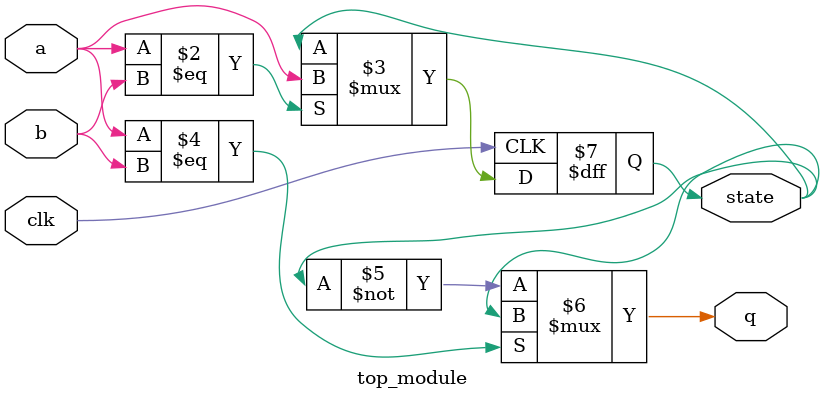
<source format=v>
module top_module (
    input clk,
    input a,
    input b,
    output q,
    output state  );
    always @(posedge clk) state<=(a==b)?a:state;
    assign q=(a==b)?state:~state;
endmodule

</source>
